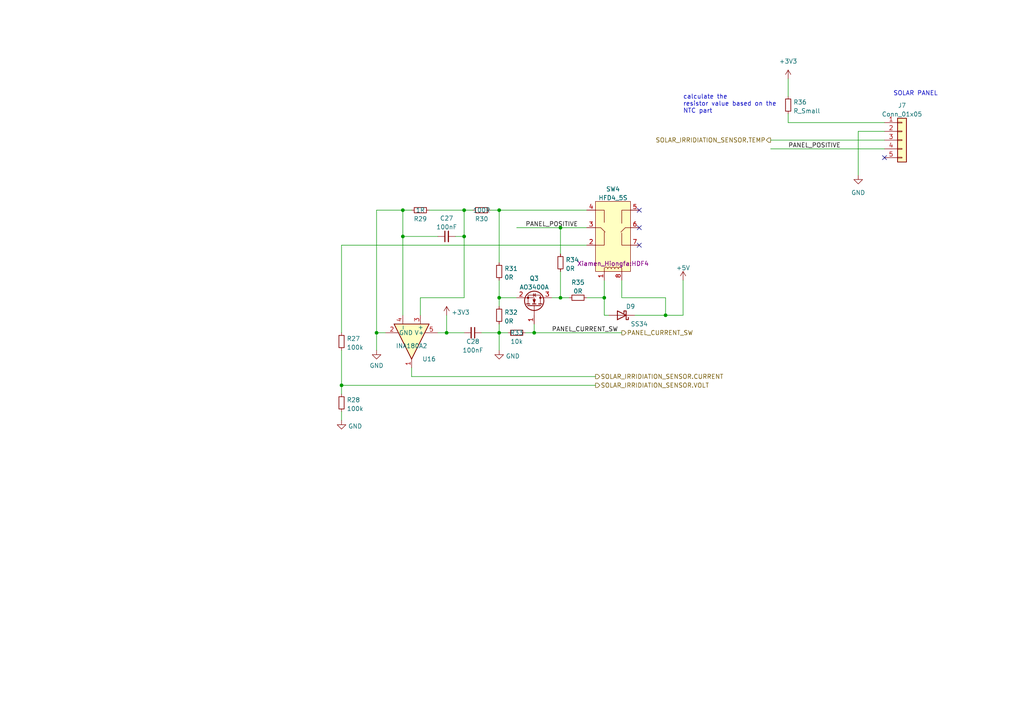
<source format=kicad_sch>
(kicad_sch (version 20211123) (generator eeschema)

  (uuid 3e724f87-cd69-46de-9808-21a2f50015a9)

  (paper "A4")

  (lib_symbols
    (symbol "Amplifier_Current:INA180A1" (pin_names (offset 0.127)) (in_bom yes) (on_board yes)
      (property "Reference" "U" (id 0) (at 3.81 3.81 0)
        (effects (font (size 1.27 1.27)) (justify left))
      )
      (property "Value" "INA180A1" (id 1) (at 3.81 -2.54 0)
        (effects (font (size 1.27 1.27)) (justify left))
      )
      (property "Footprint" "Package_TO_SOT_SMD:SOT-23-5" (id 2) (at 1.27 1.27 0)
        (effects (font (size 1.27 1.27)) hide)
      )
      (property "Datasheet" "http://www.ti.com/lit/ds/symlink/ina180.pdf" (id 3) (at 3.81 3.81 0)
        (effects (font (size 1.27 1.27)) hide)
      )
      (property "ki_keywords" "current monitor shunt sensor" (id 4) (at 0 0 0)
        (effects (font (size 1.27 1.27)) hide)
      )
      (property "ki_description" "Current Sense Amplifier, 1 Circuit, Rail-to-Rail, 26V, Gain 20 V/V, SOT-23-5" (id 5) (at 0 0 0)
        (effects (font (size 1.27 1.27)) hide)
      )
      (property "ki_fp_filters" "SOT?23*" (id 6) (at 0 0 0)
        (effects (font (size 1.27 1.27)) hide)
      )
      (symbol "INA180A1_0_1"
        (polyline
          (pts
            (xy 5.08 0)
            (xy -5.08 5.08)
            (xy -5.08 -5.08)
            (xy 5.08 0)
          )
          (stroke (width 0.254) (type default) (color 0 0 0 0))
          (fill (type background))
        )
      )
      (symbol "INA180A1_1_1"
        (pin output line (at 7.62 0 180) (length 2.54)
          (name "~" (effects (font (size 1.27 1.27))))
          (number "1" (effects (font (size 1.27 1.27))))
        )
        (pin power_in line (at -2.54 -7.62 90) (length 3.81)
          (name "GND" (effects (font (size 1.27 1.27))))
          (number "2" (effects (font (size 1.27 1.27))))
        )
        (pin input line (at -7.62 2.54 0) (length 2.54)
          (name "+" (effects (font (size 1.27 1.27))))
          (number "3" (effects (font (size 1.27 1.27))))
        )
        (pin input line (at -7.62 -2.54 0) (length 2.54)
          (name "-" (effects (font (size 1.27 1.27))))
          (number "4" (effects (font (size 1.27 1.27))))
        )
        (pin power_in line (at -2.54 7.62 270) (length 3.81)
          (name "V+" (effects (font (size 1.27 1.27))))
          (number "5" (effects (font (size 1.27 1.27))))
        )
      )
    )
    (symbol "Connector_Generic:Conn_01x05" (pin_names (offset 1.016) hide) (in_bom yes) (on_board yes)
      (property "Reference" "J" (id 0) (at 0 7.62 0)
        (effects (font (size 1.27 1.27)))
      )
      (property "Value" "Conn_01x05" (id 1) (at 0 -7.62 0)
        (effects (font (size 1.27 1.27)))
      )
      (property "Footprint" "" (id 2) (at 0 0 0)
        (effects (font (size 1.27 1.27)) hide)
      )
      (property "Datasheet" "~" (id 3) (at 0 0 0)
        (effects (font (size 1.27 1.27)) hide)
      )
      (property "ki_keywords" "connector" (id 4) (at 0 0 0)
        (effects (font (size 1.27 1.27)) hide)
      )
      (property "ki_description" "Generic connector, single row, 01x05, script generated (kicad-library-utils/schlib/autogen/connector/)" (id 5) (at 0 0 0)
        (effects (font (size 1.27 1.27)) hide)
      )
      (property "ki_fp_filters" "Connector*:*_1x??_*" (id 6) (at 0 0 0)
        (effects (font (size 1.27 1.27)) hide)
      )
      (symbol "Conn_01x05_1_1"
        (rectangle (start -1.27 -4.953) (end 0 -5.207)
          (stroke (width 0.1524) (type default) (color 0 0 0 0))
          (fill (type none))
        )
        (rectangle (start -1.27 -2.413) (end 0 -2.667)
          (stroke (width 0.1524) (type default) (color 0 0 0 0))
          (fill (type none))
        )
        (rectangle (start -1.27 0.127) (end 0 -0.127)
          (stroke (width 0.1524) (type default) (color 0 0 0 0))
          (fill (type none))
        )
        (rectangle (start -1.27 2.667) (end 0 2.413)
          (stroke (width 0.1524) (type default) (color 0 0 0 0))
          (fill (type none))
        )
        (rectangle (start -1.27 5.207) (end 0 4.953)
          (stroke (width 0.1524) (type default) (color 0 0 0 0))
          (fill (type none))
        )
        (rectangle (start -1.27 6.35) (end 1.27 -6.35)
          (stroke (width 0.254) (type default) (color 0 0 0 0))
          (fill (type background))
        )
        (pin passive line (at -5.08 5.08 0) (length 3.81)
          (name "Pin_1" (effects (font (size 1.27 1.27))))
          (number "1" (effects (font (size 1.27 1.27))))
        )
        (pin passive line (at -5.08 2.54 0) (length 3.81)
          (name "Pin_2" (effects (font (size 1.27 1.27))))
          (number "2" (effects (font (size 1.27 1.27))))
        )
        (pin passive line (at -5.08 0 0) (length 3.81)
          (name "Pin_3" (effects (font (size 1.27 1.27))))
          (number "3" (effects (font (size 1.27 1.27))))
        )
        (pin passive line (at -5.08 -2.54 0) (length 3.81)
          (name "Pin_4" (effects (font (size 1.27 1.27))))
          (number "4" (effects (font (size 1.27 1.27))))
        )
        (pin passive line (at -5.08 -5.08 0) (length 3.81)
          (name "Pin_5" (effects (font (size 1.27 1.27))))
          (number "5" (effects (font (size 1.27 1.27))))
        )
      )
    )
    (symbol "Device:C_Small" (pin_numbers hide) (pin_names (offset 0.254) hide) (in_bom yes) (on_board yes)
      (property "Reference" "C" (id 0) (at 0.254 1.778 0)
        (effects (font (size 1.27 1.27)) (justify left))
      )
      (property "Value" "C_Small" (id 1) (at 0.254 -2.032 0)
        (effects (font (size 1.27 1.27)) (justify left))
      )
      (property "Footprint" "" (id 2) (at 0 0 0)
        (effects (font (size 1.27 1.27)) hide)
      )
      (property "Datasheet" "~" (id 3) (at 0 0 0)
        (effects (font (size 1.27 1.27)) hide)
      )
      (property "ki_keywords" "capacitor cap" (id 4) (at 0 0 0)
        (effects (font (size 1.27 1.27)) hide)
      )
      (property "ki_description" "Unpolarized capacitor, small symbol" (id 5) (at 0 0 0)
        (effects (font (size 1.27 1.27)) hide)
      )
      (property "ki_fp_filters" "C_*" (id 6) (at 0 0 0)
        (effects (font (size 1.27 1.27)) hide)
      )
      (symbol "C_Small_0_1"
        (polyline
          (pts
            (xy -1.524 -0.508)
            (xy 1.524 -0.508)
          )
          (stroke (width 0.3302) (type default) (color 0 0 0 0))
          (fill (type none))
        )
        (polyline
          (pts
            (xy -1.524 0.508)
            (xy 1.524 0.508)
          )
          (stroke (width 0.3048) (type default) (color 0 0 0 0))
          (fill (type none))
        )
      )
      (symbol "C_Small_1_1"
        (pin passive line (at 0 2.54 270) (length 2.032)
          (name "~" (effects (font (size 1.27 1.27))))
          (number "1" (effects (font (size 1.27 1.27))))
        )
        (pin passive line (at 0 -2.54 90) (length 2.032)
          (name "~" (effects (font (size 1.27 1.27))))
          (number "2" (effects (font (size 1.27 1.27))))
        )
      )
    )
    (symbol "Device:D_Schottky" (pin_numbers hide) (pin_names (offset 1.016) hide) (in_bom yes) (on_board yes)
      (property "Reference" "D" (id 0) (at 0 2.54 0)
        (effects (font (size 1.27 1.27)))
      )
      (property "Value" "D_Schottky" (id 1) (at 0 -2.54 0)
        (effects (font (size 1.27 1.27)))
      )
      (property "Footprint" "" (id 2) (at 0 0 0)
        (effects (font (size 1.27 1.27)) hide)
      )
      (property "Datasheet" "~" (id 3) (at 0 0 0)
        (effects (font (size 1.27 1.27)) hide)
      )
      (property "ki_keywords" "diode Schottky" (id 4) (at 0 0 0)
        (effects (font (size 1.27 1.27)) hide)
      )
      (property "ki_description" "Schottky diode" (id 5) (at 0 0 0)
        (effects (font (size 1.27 1.27)) hide)
      )
      (property "ki_fp_filters" "TO-???* *_Diode_* *SingleDiode* D_*" (id 6) (at 0 0 0)
        (effects (font (size 1.27 1.27)) hide)
      )
      (symbol "D_Schottky_0_1"
        (polyline
          (pts
            (xy 1.27 0)
            (xy -1.27 0)
          )
          (stroke (width 0) (type default) (color 0 0 0 0))
          (fill (type none))
        )
        (polyline
          (pts
            (xy 1.27 1.27)
            (xy 1.27 -1.27)
            (xy -1.27 0)
            (xy 1.27 1.27)
          )
          (stroke (width 0.254) (type default) (color 0 0 0 0))
          (fill (type none))
        )
        (polyline
          (pts
            (xy -1.905 0.635)
            (xy -1.905 1.27)
            (xy -1.27 1.27)
            (xy -1.27 -1.27)
            (xy -0.635 -1.27)
            (xy -0.635 -0.635)
          )
          (stroke (width 0.254) (type default) (color 0 0 0 0))
          (fill (type none))
        )
      )
      (symbol "D_Schottky_1_1"
        (pin passive line (at -3.81 0 0) (length 2.54)
          (name "K" (effects (font (size 1.27 1.27))))
          (number "1" (effects (font (size 1.27 1.27))))
        )
        (pin passive line (at 3.81 0 180) (length 2.54)
          (name "A" (effects (font (size 1.27 1.27))))
          (number "2" (effects (font (size 1.27 1.27))))
        )
      )
    )
    (symbol "Device:R_Small" (pin_numbers hide) (pin_names (offset 0.254) hide) (in_bom yes) (on_board yes)
      (property "Reference" "R" (id 0) (at 0.762 0.508 0)
        (effects (font (size 1.27 1.27)) (justify left))
      )
      (property "Value" "R_Small" (id 1) (at 0.762 -1.016 0)
        (effects (font (size 1.27 1.27)) (justify left))
      )
      (property "Footprint" "" (id 2) (at 0 0 0)
        (effects (font (size 1.27 1.27)) hide)
      )
      (property "Datasheet" "~" (id 3) (at 0 0 0)
        (effects (font (size 1.27 1.27)) hide)
      )
      (property "ki_keywords" "R resistor" (id 4) (at 0 0 0)
        (effects (font (size 1.27 1.27)) hide)
      )
      (property "ki_description" "Resistor, small symbol" (id 5) (at 0 0 0)
        (effects (font (size 1.27 1.27)) hide)
      )
      (property "ki_fp_filters" "R_*" (id 6) (at 0 0 0)
        (effects (font (size 1.27 1.27)) hide)
      )
      (symbol "R_Small_0_1"
        (rectangle (start -0.762 1.778) (end 0.762 -1.778)
          (stroke (width 0.2032) (type default) (color 0 0 0 0))
          (fill (type none))
        )
      )
      (symbol "R_Small_1_1"
        (pin passive line (at 0 2.54 270) (length 0.762)
          (name "~" (effects (font (size 1.27 1.27))))
          (number "1" (effects (font (size 1.27 1.27))))
        )
        (pin passive line (at 0 -2.54 90) (length 0.762)
          (name "~" (effects (font (size 1.27 1.27))))
          (number "2" (effects (font (size 1.27 1.27))))
        )
      )
    )
    (symbol "Transistor_FET:AO3400A" (pin_names hide) (in_bom yes) (on_board yes)
      (property "Reference" "Q" (id 0) (at 5.08 1.905 0)
        (effects (font (size 1.27 1.27)) (justify left))
      )
      (property "Value" "AO3400A" (id 1) (at 5.08 0 0)
        (effects (font (size 1.27 1.27)) (justify left))
      )
      (property "Footprint" "Package_TO_SOT_SMD:SOT-23" (id 2) (at 5.08 -1.905 0)
        (effects (font (size 1.27 1.27) italic) (justify left) hide)
      )
      (property "Datasheet" "http://www.aosmd.com/pdfs/datasheet/AO3400A.pdf" (id 3) (at 0 0 0)
        (effects (font (size 1.27 1.27)) (justify left) hide)
      )
      (property "ki_keywords" "N-Channel MOSFET" (id 4) (at 0 0 0)
        (effects (font (size 1.27 1.27)) hide)
      )
      (property "ki_description" "30V Vds, 5.7A Id, N-Channel MOSFET, SOT-23" (id 5) (at 0 0 0)
        (effects (font (size 1.27 1.27)) hide)
      )
      (property "ki_fp_filters" "SOT?23*" (id 6) (at 0 0 0)
        (effects (font (size 1.27 1.27)) hide)
      )
      (symbol "AO3400A_0_1"
        (polyline
          (pts
            (xy 0.254 0)
            (xy -2.54 0)
          )
          (stroke (width 0) (type default) (color 0 0 0 0))
          (fill (type none))
        )
        (polyline
          (pts
            (xy 0.254 1.905)
            (xy 0.254 -1.905)
          )
          (stroke (width 0.254) (type default) (color 0 0 0 0))
          (fill (type none))
        )
        (polyline
          (pts
            (xy 0.762 -1.27)
            (xy 0.762 -2.286)
          )
          (stroke (width 0.254) (type default) (color 0 0 0 0))
          (fill (type none))
        )
        (polyline
          (pts
            (xy 0.762 0.508)
            (xy 0.762 -0.508)
          )
          (stroke (width 0.254) (type default) (color 0 0 0 0))
          (fill (type none))
        )
        (polyline
          (pts
            (xy 0.762 2.286)
            (xy 0.762 1.27)
          )
          (stroke (width 0.254) (type default) (color 0 0 0 0))
          (fill (type none))
        )
        (polyline
          (pts
            (xy 2.54 2.54)
            (xy 2.54 1.778)
          )
          (stroke (width 0) (type default) (color 0 0 0 0))
          (fill (type none))
        )
        (polyline
          (pts
            (xy 2.54 -2.54)
            (xy 2.54 0)
            (xy 0.762 0)
          )
          (stroke (width 0) (type default) (color 0 0 0 0))
          (fill (type none))
        )
        (polyline
          (pts
            (xy 0.762 -1.778)
            (xy 3.302 -1.778)
            (xy 3.302 1.778)
            (xy 0.762 1.778)
          )
          (stroke (width 0) (type default) (color 0 0 0 0))
          (fill (type none))
        )
        (polyline
          (pts
            (xy 1.016 0)
            (xy 2.032 0.381)
            (xy 2.032 -0.381)
            (xy 1.016 0)
          )
          (stroke (width 0) (type default) (color 0 0 0 0))
          (fill (type outline))
        )
        (polyline
          (pts
            (xy 2.794 0.508)
            (xy 2.921 0.381)
            (xy 3.683 0.381)
            (xy 3.81 0.254)
          )
          (stroke (width 0) (type default) (color 0 0 0 0))
          (fill (type none))
        )
        (polyline
          (pts
            (xy 3.302 0.381)
            (xy 2.921 -0.254)
            (xy 3.683 -0.254)
            (xy 3.302 0.381)
          )
          (stroke (width 0) (type default) (color 0 0 0 0))
          (fill (type none))
        )
        (circle (center 1.651 0) (radius 2.794)
          (stroke (width 0.254) (type default) (color 0 0 0 0))
          (fill (type none))
        )
        (circle (center 2.54 -1.778) (radius 0.254)
          (stroke (width 0) (type default) (color 0 0 0 0))
          (fill (type outline))
        )
        (circle (center 2.54 1.778) (radius 0.254)
          (stroke (width 0) (type default) (color 0 0 0 0))
          (fill (type outline))
        )
      )
      (symbol "AO3400A_1_1"
        (pin input line (at -5.08 0 0) (length 2.54)
          (name "G" (effects (font (size 1.27 1.27))))
          (number "1" (effects (font (size 1.27 1.27))))
        )
        (pin passive line (at 2.54 -5.08 90) (length 2.54)
          (name "S" (effects (font (size 1.27 1.27))))
          (number "2" (effects (font (size 1.27 1.27))))
        )
        (pin passive line (at 2.54 5.08 270) (length 2.54)
          (name "D" (effects (font (size 1.27 1.27))))
          (number "3" (effects (font (size 1.27 1.27))))
        )
      )
    )
    (symbol "Xiamen Hiongfa:HFD4_5S" (pin_names (offset 1.016)) (in_bom yes) (on_board yes)
      (property "Reference" "RL" (id 0) (at 5.08 -12.7 0)
        (effects (font (size 1.27 1.27)))
      )
      (property "Value" "HFD4_5S" (id 1) (at -2.54 -12.7 0)
        (effects (font (size 1.27 1.27)))
      )
      (property "Footprint" "Xiamen_Hiongfa:HDF4_S" (id 2) (at 0 7.874 0)
        (effects (font (size 1.27 1.27)) hide)
      )
      (property "Datasheet" "" (id 3) (at 0 7.874 0)
        (effects (font (size 1.27 1.27)) hide)
      )
      (property "ki_description" "SPDT signal relay , 5V coil" (id 4) (at 0 0 0)
        (effects (font (size 1.27 1.27)) hide)
      )
      (symbol "HFD4_5S_0_1"
        (rectangle (start -5.08 10.16) (end 5.08 -10.16)
          (stroke (width 0) (type default) (color 0 0 0 0))
          (fill (type background))
        )
        (arc (start -2.54 9.398) (mid -2.032 8.89) (end -1.524 9.398)
          (stroke (width 0) (type default) (color 0 0 0 0))
          (fill (type none))
        )
        (polyline
          (pts
            (xy -5.08 -2.54)
            (xy -3.556 -2.54)
          )
          (stroke (width 0) (type default) (color 0 0 0 0))
          (fill (type none))
        )
        (polyline
          (pts
            (xy -3.556 -2.54)
            (xy -2.286 -1.27)
          )
          (stroke (width 0) (type default) (color 0 0 0 0))
          (fill (type none))
        )
        (polyline
          (pts
            (xy -2.54 10.16)
            (xy -2.54 9.398)
          )
          (stroke (width 0) (type default) (color 0 0 0 0))
          (fill (type none))
        )
        (polyline
          (pts
            (xy 2.54 9.398)
            (xy 2.54 10.16)
          )
          (stroke (width 0) (type default) (color 0 0 0 0))
          (fill (type none))
        )
        (polyline
          (pts
            (xy -5.08 -7.62)
            (xy -2.54 -7.62)
            (xy -2.54 -4.064)
          )
          (stroke (width 0) (type default) (color 0 0 0 0))
          (fill (type none))
        )
        (polyline
          (pts
            (xy -5.08 2.54)
            (xy -2.54 2.54)
            (xy -2.54 -1.27)
          )
          (stroke (width 0) (type default) (color 0 0 0 0))
          (fill (type none))
        )
      )
      (symbol "HFD4_5S_1_1"
        (arc (start -1.524 9.398) (mid -1.016 8.89) (end -0.508 9.398)
          (stroke (width 0) (type default) (color 0 0 0 0))
          (fill (type none))
        )
        (arc (start -0.508 9.398) (mid 0 8.89) (end 0.508 9.398)
          (stroke (width 0) (type default) (color 0 0 0 0))
          (fill (type none))
        )
        (polyline
          (pts
            (xy 3.556 -2.54)
            (xy 2.286 -1.27)
          )
          (stroke (width 0) (type default) (color 0 0 0 0))
          (fill (type none))
        )
        (polyline
          (pts
            (xy 5.08 -2.54)
            (xy 3.556 -2.54)
          )
          (stroke (width 0) (type default) (color 0 0 0 0))
          (fill (type none))
        )
        (polyline
          (pts
            (xy 5.08 -7.62)
            (xy 2.54 -7.62)
            (xy 2.54 -3.81)
          )
          (stroke (width 0) (type default) (color 0 0 0 0))
          (fill (type none))
        )
        (polyline
          (pts
            (xy 5.08 2.54)
            (xy 2.54 2.54)
            (xy 2.54 -1.016)
          )
          (stroke (width 0) (type default) (color 0 0 0 0))
          (fill (type none))
        )
        (arc (start 0.508 9.398) (mid 1.016 8.89) (end 1.524 9.398)
          (stroke (width 0) (type default) (color 0 0 0 0))
          (fill (type none))
        )
        (arc (start 1.524 9.398) (mid 2.032 8.89) (end 2.54 9.398)
          (stroke (width 0) (type default) (color 0 0 0 0))
          (fill (type none))
        )
        (pin passive line (at -2.54 12.7 270) (length 2.54)
          (name "~" (effects (font (size 1.27 1.27))))
          (number "1" (effects (font (size 1.27 1.27))))
        )
        (pin passive line (at -7.62 2.54 0) (length 2.54)
          (name "~" (effects (font (size 1.27 1.27))))
          (number "2" (effects (font (size 1.27 1.27))))
        )
        (pin passive line (at -7.62 -2.54 0) (length 2.54)
          (name "~" (effects (font (size 1.27 1.27))))
          (number "3" (effects (font (size 1.27 1.27))))
        )
        (pin passive line (at -7.62 -7.62 0) (length 2.54)
          (name "~" (effects (font (size 1.27 1.27))))
          (number "4" (effects (font (size 1.27 1.27))))
        )
        (pin passive line (at 7.62 -7.62 180) (length 2.54)
          (name "~" (effects (font (size 1.27 1.27))))
          (number "5" (effects (font (size 1.27 1.27))))
        )
        (pin passive line (at 7.62 -2.54 180) (length 2.54)
          (name "~" (effects (font (size 1.27 1.27))))
          (number "6" (effects (font (size 1.27 1.27))))
        )
        (pin passive line (at 7.62 2.54 180) (length 2.54)
          (name "~" (effects (font (size 1.27 1.27))))
          (number "7" (effects (font (size 1.27 1.27))))
        )
        (pin passive line (at 2.54 12.7 270) (length 2.54)
          (name "~" (effects (font (size 1.27 1.27))))
          (number "8" (effects (font (size 1.27 1.27))))
        )
      )
    )
    (symbol "power:+3V3" (power) (pin_names (offset 0)) (in_bom yes) (on_board yes)
      (property "Reference" "#PWR" (id 0) (at 0 -3.81 0)
        (effects (font (size 1.27 1.27)) hide)
      )
      (property "Value" "+3V3" (id 1) (at 0 3.556 0)
        (effects (font (size 1.27 1.27)))
      )
      (property "Footprint" "" (id 2) (at 0 0 0)
        (effects (font (size 1.27 1.27)) hide)
      )
      (property "Datasheet" "" (id 3) (at 0 0 0)
        (effects (font (size 1.27 1.27)) hide)
      )
      (property "ki_keywords" "power-flag" (id 4) (at 0 0 0)
        (effects (font (size 1.27 1.27)) hide)
      )
      (property "ki_description" "Power symbol creates a global label with name \"+3V3\"" (id 5) (at 0 0 0)
        (effects (font (size 1.27 1.27)) hide)
      )
      (symbol "+3V3_0_1"
        (polyline
          (pts
            (xy -0.762 1.27)
            (xy 0 2.54)
          )
          (stroke (width 0) (type default) (color 0 0 0 0))
          (fill (type none))
        )
        (polyline
          (pts
            (xy 0 0)
            (xy 0 2.54)
          )
          (stroke (width 0) (type default) (color 0 0 0 0))
          (fill (type none))
        )
        (polyline
          (pts
            (xy 0 2.54)
            (xy 0.762 1.27)
          )
          (stroke (width 0) (type default) (color 0 0 0 0))
          (fill (type none))
        )
      )
      (symbol "+3V3_1_1"
        (pin power_in line (at 0 0 90) (length 0) hide
          (name "+3V3" (effects (font (size 1.27 1.27))))
          (number "1" (effects (font (size 1.27 1.27))))
        )
      )
    )
    (symbol "power:+5V" (power) (pin_names (offset 0)) (in_bom yes) (on_board yes)
      (property "Reference" "#PWR" (id 0) (at 0 -3.81 0)
        (effects (font (size 1.27 1.27)) hide)
      )
      (property "Value" "+5V" (id 1) (at 0 3.556 0)
        (effects (font (size 1.27 1.27)))
      )
      (property "Footprint" "" (id 2) (at 0 0 0)
        (effects (font (size 1.27 1.27)) hide)
      )
      (property "Datasheet" "" (id 3) (at 0 0 0)
        (effects (font (size 1.27 1.27)) hide)
      )
      (property "ki_keywords" "power-flag" (id 4) (at 0 0 0)
        (effects (font (size 1.27 1.27)) hide)
      )
      (property "ki_description" "Power symbol creates a global label with name \"+5V\"" (id 5) (at 0 0 0)
        (effects (font (size 1.27 1.27)) hide)
      )
      (symbol "+5V_0_1"
        (polyline
          (pts
            (xy -0.762 1.27)
            (xy 0 2.54)
          )
          (stroke (width 0) (type default) (color 0 0 0 0))
          (fill (type none))
        )
        (polyline
          (pts
            (xy 0 0)
            (xy 0 2.54)
          )
          (stroke (width 0) (type default) (color 0 0 0 0))
          (fill (type none))
        )
        (polyline
          (pts
            (xy 0 2.54)
            (xy 0.762 1.27)
          )
          (stroke (width 0) (type default) (color 0 0 0 0))
          (fill (type none))
        )
      )
      (symbol "+5V_1_1"
        (pin power_in line (at 0 0 90) (length 0) hide
          (name "+5V" (effects (font (size 1.27 1.27))))
          (number "1" (effects (font (size 1.27 1.27))))
        )
      )
    )
    (symbol "power:GND" (power) (pin_names (offset 0)) (in_bom yes) (on_board yes)
      (property "Reference" "#PWR" (id 0) (at 0 -6.35 0)
        (effects (font (size 1.27 1.27)) hide)
      )
      (property "Value" "GND" (id 1) (at 0 -3.81 0)
        (effects (font (size 1.27 1.27)))
      )
      (property "Footprint" "" (id 2) (at 0 0 0)
        (effects (font (size 1.27 1.27)) hide)
      )
      (property "Datasheet" "" (id 3) (at 0 0 0)
        (effects (font (size 1.27 1.27)) hide)
      )
      (property "ki_keywords" "power-flag" (id 4) (at 0 0 0)
        (effects (font (size 1.27 1.27)) hide)
      )
      (property "ki_description" "Power symbol creates a global label with name \"GND\" , ground" (id 5) (at 0 0 0)
        (effects (font (size 1.27 1.27)) hide)
      )
      (symbol "GND_0_1"
        (polyline
          (pts
            (xy 0 0)
            (xy 0 -1.27)
            (xy 1.27 -1.27)
            (xy 0 -2.54)
            (xy -1.27 -1.27)
            (xy 0 -1.27)
          )
          (stroke (width 0) (type default) (color 0 0 0 0))
          (fill (type none))
        )
      )
      (symbol "GND_1_1"
        (pin power_in line (at 0 0 270) (length 0) hide
          (name "GND" (effects (font (size 1.27 1.27))))
          (number "1" (effects (font (size 1.27 1.27))))
        )
      )
    )
  )

  (junction (at 175.26 86.36) (diameter 0) (color 0 0 0 0)
    (uuid 0ad50cea-27a3-4b28-a4bf-290cd1a48f80)
  )
  (junction (at 144.78 60.96) (diameter 0) (color 0 0 0 0)
    (uuid 12005a07-ceb2-45bb-9f78-fcc89ab54063)
  )
  (junction (at 116.84 68.58) (diameter 0) (color 0 0 0 0)
    (uuid 13b04b21-696a-4487-a739-49564bd2ab04)
  )
  (junction (at 144.78 86.36) (diameter 0) (color 0 0 0 0)
    (uuid 39257334-70af-4ac0-aa3b-077a6aa8172a)
  )
  (junction (at 154.94 96.52) (diameter 0) (color 0 0 0 0)
    (uuid 3e53e95d-54d6-4e24-8862-12c00347d6d2)
  )
  (junction (at 144.78 96.52) (diameter 0) (color 0 0 0 0)
    (uuid 3ece0478-56d5-4a72-bb38-3225f4d9a7f2)
  )
  (junction (at 162.56 86.36) (diameter 0) (color 0 0 0 0)
    (uuid 517180b3-8701-4240-b4a2-f03de7e9fb6a)
  )
  (junction (at 134.62 68.58) (diameter 0) (color 0 0 0 0)
    (uuid 6ebca20c-1813-42ce-bb70-9b82cfe36e20)
  )
  (junction (at 193.04 91.44) (diameter 0) (color 0 0 0 0)
    (uuid 759c768f-fcd5-459e-96bf-b72cd4f3b403)
  )
  (junction (at 129.54 96.52) (diameter 0) (color 0 0 0 0)
    (uuid 792077d0-195c-4a61-8382-498ecbcc91cc)
  )
  (junction (at 134.62 60.96) (diameter 0) (color 0 0 0 0)
    (uuid 7b644828-a121-4ed6-b334-3aeba76b6660)
  )
  (junction (at 99.06 111.76) (diameter 0) (color 0 0 0 0)
    (uuid 8c6bedf5-e284-43c7-af20-f36978c307b4)
  )
  (junction (at 109.22 96.52) (diameter 0) (color 0 0 0 0)
    (uuid 99cd1bc1-752b-4989-9ede-e579384e517b)
  )
  (junction (at 162.56 66.04) (diameter 0) (color 0 0 0 0)
    (uuid a03c4dbf-9d82-43ea-9b71-dd63da629563)
  )
  (junction (at 116.84 60.96) (diameter 0) (color 0 0 0 0)
    (uuid c74aabb8-7ed4-4a78-83b2-1e28fcc1a9a6)
  )

  (no_connect (at 256.54 45.72) (uuid 0ec8f56e-661f-475a-910a-5c7d23c5178e))
  (no_connect (at 185.42 71.12) (uuid 6034e882-c9d8-4028-a664-103984d5da41))
  (no_connect (at 185.42 60.96) (uuid 9b5cb5d2-fd49-41a3-83da-57b373a8d4a5))
  (no_connect (at 185.42 66.04) (uuid eb846403-4f71-4422-978d-96384fe39654))

  (wire (pts (xy 184.15 91.44) (xy 193.04 91.44))
    (stroke (width 0) (type default) (color 0 0 0 0))
    (uuid 00390479-ad2c-4ee9-beef-731ee6e93c0c)
  )
  (wire (pts (xy 144.78 93.98) (xy 144.78 96.52))
    (stroke (width 0) (type default) (color 0 0 0 0))
    (uuid 00f929ea-9d7d-4ef4-8ae5-7871b0000acd)
  )
  (wire (pts (xy 175.26 81.28) (xy 175.26 86.36))
    (stroke (width 0) (type default) (color 0 0 0 0))
    (uuid 11c24fa0-e607-4152-83f1-3ad3680fb4f6)
  )
  (wire (pts (xy 144.78 86.36) (xy 144.78 88.9))
    (stroke (width 0) (type default) (color 0 0 0 0))
    (uuid 16cfdeed-9b3e-4bf3-b044-fce7febbff41)
  )
  (wire (pts (xy 162.56 66.04) (xy 170.18 66.04))
    (stroke (width 0) (type default) (color 0 0 0 0))
    (uuid 188c4869-9680-49f9-8d91-0f6c57a894e4)
  )
  (wire (pts (xy 134.62 60.96) (xy 137.16 60.96))
    (stroke (width 0) (type default) (color 0 0 0 0))
    (uuid 195956e1-f678-4263-9d9b-4d91a40bd586)
  )
  (wire (pts (xy 193.04 91.44) (xy 198.12 91.44))
    (stroke (width 0) (type default) (color 0 0 0 0))
    (uuid 21672ca8-f643-4893-b0bf-a134ce0715cf)
  )
  (wire (pts (xy 99.06 111.76) (xy 172.72 111.76))
    (stroke (width 0) (type default) (color 0 0 0 0))
    (uuid 2b7d3782-81c0-4e5f-9df9-5a15ef6e2e22)
  )
  (wire (pts (xy 139.7 96.52) (xy 144.78 96.52))
    (stroke (width 0) (type default) (color 0 0 0 0))
    (uuid 2b8d360c-8781-4f98-ac8b-0bfbcbd86f0a)
  )
  (wire (pts (xy 223.52 40.64) (xy 256.54 40.64))
    (stroke (width 0) (type default) (color 0 0 0 0))
    (uuid 2daa2c6d-92c4-4e10-a11b-b801ef9a9fff)
  )
  (wire (pts (xy 144.78 60.96) (xy 144.78 76.2))
    (stroke (width 0) (type default) (color 0 0 0 0))
    (uuid 3744824a-486c-4845-a73e-5b3f93aaff02)
  )
  (wire (pts (xy 180.34 81.28) (xy 180.34 86.36))
    (stroke (width 0) (type default) (color 0 0 0 0))
    (uuid 38508fd2-e810-400a-baaa-8a7a453f95c6)
  )
  (wire (pts (xy 228.6 22.86) (xy 228.6 27.94))
    (stroke (width 0) (type default) (color 0 0 0 0))
    (uuid 39068077-f4d3-4f05-a58c-229cf861f483)
  )
  (wire (pts (xy 160.02 86.36) (xy 162.56 86.36))
    (stroke (width 0) (type default) (color 0 0 0 0))
    (uuid 422bf2ab-5e9f-43be-a4ed-f7dc3e74667f)
  )
  (wire (pts (xy 198.12 81.28) (xy 198.12 91.44))
    (stroke (width 0) (type default) (color 0 0 0 0))
    (uuid 42ffb578-9daf-4015-b23a-529ad46132a3)
  )
  (wire (pts (xy 132.08 68.58) (xy 134.62 68.58))
    (stroke (width 0) (type default) (color 0 0 0 0))
    (uuid 476ce7ef-e6a7-4fd1-bf52-d8b00bf76afd)
  )
  (wire (pts (xy 144.78 96.52) (xy 144.78 101.6))
    (stroke (width 0) (type default) (color 0 0 0 0))
    (uuid 47afd0d4-4d99-4790-8c8e-647bdc40b905)
  )
  (wire (pts (xy 116.84 60.96) (xy 116.84 68.58))
    (stroke (width 0) (type default) (color 0 0 0 0))
    (uuid 484b7434-875b-4781-8090-9a494511d6fe)
  )
  (wire (pts (xy 162.56 78.74) (xy 162.56 86.36))
    (stroke (width 0) (type default) (color 0 0 0 0))
    (uuid 4df76e14-3871-477d-8a5a-22b04e07b781)
  )
  (wire (pts (xy 116.84 68.58) (xy 116.84 91.44))
    (stroke (width 0) (type default) (color 0 0 0 0))
    (uuid 4ed0734c-4ae5-40f0-8d00-bfa00f5bfa2d)
  )
  (wire (pts (xy 99.06 101.6) (xy 99.06 111.76))
    (stroke (width 0) (type default) (color 0 0 0 0))
    (uuid 51b3d98a-daf6-42df-8c56-7ea343c66af5)
  )
  (wire (pts (xy 162.56 86.36) (xy 165.1 86.36))
    (stroke (width 0) (type default) (color 0 0 0 0))
    (uuid 549d401d-66cc-4786-89da-5836434daa29)
  )
  (wire (pts (xy 228.6 33.02) (xy 228.6 35.56))
    (stroke (width 0) (type default) (color 0 0 0 0))
    (uuid 5602b7e6-3e2f-427d-8025-bf75a1e91192)
  )
  (wire (pts (xy 134.62 60.96) (xy 134.62 68.58))
    (stroke (width 0) (type default) (color 0 0 0 0))
    (uuid 5689183c-4fde-4717-bf25-942ca52d1d22)
  )
  (wire (pts (xy 248.92 38.1) (xy 256.54 38.1))
    (stroke (width 0) (type default) (color 0 0 0 0))
    (uuid 5f383e95-3dc2-4fdc-a856-403fa4c1cc2e)
  )
  (wire (pts (xy 116.84 60.96) (xy 119.38 60.96))
    (stroke (width 0) (type default) (color 0 0 0 0))
    (uuid 65c2d7c4-4863-4783-999f-753fd43cdcb1)
  )
  (wire (pts (xy 99.06 119.38) (xy 99.06 121.92))
    (stroke (width 0) (type default) (color 0 0 0 0))
    (uuid 665a8cff-73d7-498d-aa1b-57dc0b8a2285)
  )
  (wire (pts (xy 109.22 60.96) (xy 116.84 60.96))
    (stroke (width 0) (type default) (color 0 0 0 0))
    (uuid 6e200da3-3066-4ca1-9685-39d76fa379f5)
  )
  (wire (pts (xy 119.38 106.68) (xy 119.38 109.22))
    (stroke (width 0) (type default) (color 0 0 0 0))
    (uuid 70b50f76-e272-48c6-adf4-12dee67ac340)
  )
  (wire (pts (xy 121.92 91.44) (xy 121.92 86.36))
    (stroke (width 0) (type default) (color 0 0 0 0))
    (uuid 71bcb6a0-7160-4103-9f16-108cb690faf1)
  )
  (wire (pts (xy 109.22 101.6) (xy 109.22 96.52))
    (stroke (width 0) (type default) (color 0 0 0 0))
    (uuid 7272dee5-a5b4-4c3f-b3af-e0da9f98fc0c)
  )
  (wire (pts (xy 144.78 96.52) (xy 147.32 96.52))
    (stroke (width 0) (type default) (color 0 0 0 0))
    (uuid 7747c50e-7432-4976-81a6-41ff6d2a3d3c)
  )
  (wire (pts (xy 129.54 96.52) (xy 134.62 96.52))
    (stroke (width 0) (type default) (color 0 0 0 0))
    (uuid 79a51516-3991-4f2f-9510-bf42dfa22c5b)
  )
  (wire (pts (xy 248.92 50.8) (xy 248.92 38.1))
    (stroke (width 0) (type default) (color 0 0 0 0))
    (uuid 828a32ef-fe47-4992-ade8-da247a431b18)
  )
  (wire (pts (xy 99.06 71.12) (xy 170.18 71.12))
    (stroke (width 0) (type default) (color 0 0 0 0))
    (uuid 8650bc26-c2c4-4e7f-916d-dac0501c6564)
  )
  (wire (pts (xy 119.38 109.22) (xy 172.72 109.22))
    (stroke (width 0) (type default) (color 0 0 0 0))
    (uuid 92ebefc9-b026-4fdd-b3e7-114bcdff8f9d)
  )
  (wire (pts (xy 175.26 86.36) (xy 175.26 91.44))
    (stroke (width 0) (type default) (color 0 0 0 0))
    (uuid 9a00a860-7674-4ae4-ba30-ef37fab106ca)
  )
  (wire (pts (xy 109.22 96.52) (xy 109.22 60.96))
    (stroke (width 0) (type default) (color 0 0 0 0))
    (uuid 9fce62d2-e95b-487d-a371-6bef0b01e64d)
  )
  (wire (pts (xy 175.26 91.44) (xy 176.53 91.44))
    (stroke (width 0) (type default) (color 0 0 0 0))
    (uuid a1843f77-5d9f-4168-ad6f-71babcea2078)
  )
  (wire (pts (xy 228.6 35.56) (xy 256.54 35.56))
    (stroke (width 0) (type default) (color 0 0 0 0))
    (uuid a4008dc5-42db-4a3c-a4ac-c7d54412df48)
  )
  (wire (pts (xy 124.46 60.96) (xy 134.62 60.96))
    (stroke (width 0) (type default) (color 0 0 0 0))
    (uuid ac21dc66-a7a5-41d7-9aaf-b03be1acd258)
  )
  (wire (pts (xy 162.56 66.04) (xy 162.56 73.66))
    (stroke (width 0) (type default) (color 0 0 0 0))
    (uuid b2e197d7-14a3-43da-9e28-9581158c003b)
  )
  (wire (pts (xy 144.78 81.28) (xy 144.78 86.36))
    (stroke (width 0) (type default) (color 0 0 0 0))
    (uuid b5f4f026-4ba5-4f32-b9f8-dc80c2ae98ff)
  )
  (wire (pts (xy 99.06 71.12) (xy 99.06 96.52))
    (stroke (width 0) (type default) (color 0 0 0 0))
    (uuid b7ccad73-101b-4314-af82-a45adf57f64e)
  )
  (wire (pts (xy 149.86 86.36) (xy 144.78 86.36))
    (stroke (width 0) (type default) (color 0 0 0 0))
    (uuid b899d618-ef0a-4068-b01e-d919ba4584d9)
  )
  (wire (pts (xy 223.52 43.18) (xy 256.54 43.18))
    (stroke (width 0) (type default) (color 0 0 0 0))
    (uuid b9ea43a6-92a8-4883-badc-fceac0c02673)
  )
  (wire (pts (xy 170.18 86.36) (xy 175.26 86.36))
    (stroke (width 0) (type default) (color 0 0 0 0))
    (uuid bf477c45-d567-4b2b-b000-954343dca7b5)
  )
  (wire (pts (xy 149.86 66.04) (xy 162.56 66.04))
    (stroke (width 0) (type default) (color 0 0 0 0))
    (uuid bf9064b4-8ba1-4aa5-8849-59fc344b988f)
  )
  (wire (pts (xy 154.94 93.98) (xy 154.94 96.52))
    (stroke (width 0) (type default) (color 0 0 0 0))
    (uuid c5b11632-d733-4bd9-8ff9-e20148f7e783)
  )
  (wire (pts (xy 121.92 86.36) (xy 134.62 86.36))
    (stroke (width 0) (type default) (color 0 0 0 0))
    (uuid c9062aee-e505-4886-a0c1-e4ef71bea9b7)
  )
  (wire (pts (xy 127 96.52) (xy 129.54 96.52))
    (stroke (width 0) (type default) (color 0 0 0 0))
    (uuid dbef41bb-27f7-483d-b91f-6b0072d90c34)
  )
  (wire (pts (xy 134.62 68.58) (xy 134.62 86.36))
    (stroke (width 0) (type default) (color 0 0 0 0))
    (uuid dcd95577-593b-47b2-adc7-2e070a64fce5)
  )
  (wire (pts (xy 152.4 96.52) (xy 154.94 96.52))
    (stroke (width 0) (type default) (color 0 0 0 0))
    (uuid e1c76c18-4e45-4b3a-bc77-9531c39ce326)
  )
  (wire (pts (xy 193.04 86.36) (xy 193.04 91.44))
    (stroke (width 0) (type default) (color 0 0 0 0))
    (uuid e922d475-452b-4e31-a218-96d89654ac03)
  )
  (wire (pts (xy 154.94 96.52) (xy 180.34 96.52))
    (stroke (width 0) (type default) (color 0 0 0 0))
    (uuid e94a68bd-1745-45a2-8491-02523281b3e2)
  )
  (wire (pts (xy 180.34 86.36) (xy 193.04 86.36))
    (stroke (width 0) (type default) (color 0 0 0 0))
    (uuid eb1ed8c4-67bf-4be6-a2d6-5f2563040e13)
  )
  (wire (pts (xy 142.24 60.96) (xy 144.78 60.96))
    (stroke (width 0) (type default) (color 0 0 0 0))
    (uuid eb347931-19f0-43f6-ba4a-88bd89ec6370)
  )
  (wire (pts (xy 99.06 111.76) (xy 99.06 114.3))
    (stroke (width 0) (type default) (color 0 0 0 0))
    (uuid ebbbda6f-e375-4bb0-92dd-fc2570c9f556)
  )
  (wire (pts (xy 129.54 91.44) (xy 129.54 96.52))
    (stroke (width 0) (type default) (color 0 0 0 0))
    (uuid f50bb4b2-26f0-4416-b926-c134392bb47d)
  )
  (wire (pts (xy 144.78 60.96) (xy 170.18 60.96))
    (stroke (width 0) (type default) (color 0 0 0 0))
    (uuid f7fc03a8-ec35-49c4-9f01-55f8652bc14b)
  )
  (wire (pts (xy 116.84 68.58) (xy 127 68.58))
    (stroke (width 0) (type default) (color 0 0 0 0))
    (uuid fed6f063-1273-4717-b0ab-f53a76d6964b)
  )
  (wire (pts (xy 109.22 96.52) (xy 111.76 96.52))
    (stroke (width 0) (type default) (color 0 0 0 0))
    (uuid ff6f4702-59f8-4765-9b3d-689b38fa144c)
  )

  (text "SOLAR PANEL\n" (at 259.08 27.94 0)
    (effects (font (size 1.27 1.27)) (justify left bottom))
    (uuid 11bcddd5-48b2-4850-894f-5811824b4916)
  )
  (text "calculate the \nresistor value based on the \nNTC part\n"
    (at 198.12 33.02 0)
    (effects (font (size 1.27 1.27)) (justify left bottom))
    (uuid 3d1cd98b-b344-4102-b3c4-e2badb73f79f)
  )

  (label "PANEL_POSITIVE" (at 228.6 43.18 0)
    (effects (font (size 1.27 1.27)) (justify left bottom))
    (uuid 73976a91-3355-449b-9c21-f2ac74018a09)
  )
  (label "PANEL_POSITIVE" (at 152.4 66.04 0)
    (effects (font (size 1.27 1.27)) (justify left bottom))
    (uuid 8f9e7e4f-30a0-45c4-a117-ed211ab1a30c)
  )
  (label "PANEL_CURRENT_SW" (at 160.02 96.52 0)
    (effects (font (size 1.27 1.27)) (justify left bottom))
    (uuid f8dd0e7b-d55e-48cc-b829-2de5e00b9862)
  )

  (hierarchical_label "PANEL_CURRENT_SW" (shape output) (at 180.34 96.52 0)
    (effects (font (size 1.27 1.27)) (justify left))
    (uuid 0af95dff-db9f-4a77-9b49-7ea7c99cac40)
  )
  (hierarchical_label "SOLAR_IRRIDIATION_SENSOR.VOLT" (shape output) (at 172.72 111.76 0)
    (effects (font (size 1.27 1.27)) (justify left))
    (uuid 48312dcc-2389-4d30-8593-69bbfecfb9eb)
  )
  (hierarchical_label "SOLAR_IRRIDIATION_SENSOR.CURRENT" (shape output) (at 172.72 109.22 0)
    (effects (font (size 1.27 1.27)) (justify left))
    (uuid 7b83c69b-bae0-449a-98f9-59ce5c6395b8)
  )
  (hierarchical_label "SOLAR_IRRIDIATION_SENSOR.TEMP" (shape output) (at 223.52 40.64 180)
    (effects (font (size 1.27 1.27)) (justify right))
    (uuid 976b7f14-7105-4feb-a759-1f3b89eeedf4)
  )

  (symbol (lib_id "Device:R_Small") (at 167.64 86.36 90) (unit 1)
    (in_bom yes) (on_board yes) (fields_autoplaced)
    (uuid 040079ce-f31a-4e31-a951-c12edd13cec1)
    (property "Reference" "R35" (id 0) (at 167.64 81.9236 90))
    (property "Value" "0R" (id 1) (at 167.64 84.4605 90))
    (property "Footprint" "Resistor_SMD:R_0402_1005Metric" (id 2) (at 167.64 86.36 0)
      (effects (font (size 1.27 1.27)) hide)
    )
    (property "Datasheet" "~" (id 3) (at 167.64 86.36 0)
      (effects (font (size 1.27 1.27)) hide)
    )
    (pin "1" (uuid d22bf664-d2bf-4f63-9682-6eb5ca9e2395))
    (pin "2" (uuid c74e1ae0-a1dc-4b86-9203-91e3cbae892f))
  )

  (symbol (lib_id "Device:R_Small") (at 99.06 99.06 0) (unit 1)
    (in_bom yes) (on_board yes) (fields_autoplaced)
    (uuid 0f4a7cc7-1835-493f-a81a-998ab524e0d3)
    (property "Reference" "R27" (id 0) (at 100.5586 98.2253 0)
      (effects (font (size 1.27 1.27)) (justify left))
    )
    (property "Value" "100k" (id 1) (at 100.5586 100.7622 0)
      (effects (font (size 1.27 1.27)) (justify left))
    )
    (property "Footprint" "Resistor_SMD:R_0402_1005Metric" (id 2) (at 99.06 99.06 0)
      (effects (font (size 1.27 1.27)) hide)
    )
    (property "Datasheet" "~" (id 3) (at 99.06 99.06 0)
      (effects (font (size 1.27 1.27)) hide)
    )
    (pin "1" (uuid 72144b58-517c-4af1-9310-4bea663dda05))
    (pin "2" (uuid d4c90b30-b02b-4087-91e9-60ce38e0bb41))
  )

  (symbol (lib_id "Xiamen Hiongfa:HFD4_5S") (at 177.8 68.58 0) (mirror x) (unit 1)
    (in_bom yes) (on_board yes) (fields_autoplaced)
    (uuid 1d3ceec2-8997-401d-a33a-ab61a4284a7e)
    (property "Reference" "SW4" (id 0) (at 177.8 54.8472 0))
    (property "Value" "HFD4_5S" (id 1) (at 177.8 57.3841 0))
    (property "Footprint" "Xiamen_Hiongfa:HDF4" (id 2) (at 177.8 76.454 0))
    (property "Datasheet" "" (id 3) (at 177.8 76.454 0)
      (effects (font (size 1.27 1.27)) hide)
    )
    (pin "1" (uuid 69fad6aa-6080-418c-a564-2b661454a135))
    (pin "2" (uuid a1add925-bd48-4514-b8a2-3d067d1efd48))
    (pin "3" (uuid 3da0d8d6-94f4-4f29-b8c1-d6dddcca4af2))
    (pin "4" (uuid b152189d-c275-4b0c-884d-46e2de155826))
    (pin "5" (uuid 29eb01d8-1900-4ea8-a687-17da15cebc0f))
    (pin "6" (uuid 6c88a3e4-4432-4b9e-bf80-780852e9cef5))
    (pin "7" (uuid 0b52220e-815f-49af-98a1-8344a5060bcf))
    (pin "8" (uuid aeb61ec9-805d-4a1f-8dbc-c224f20c371c))
  )

  (symbol (lib_id "Connector_Generic:Conn_01x05") (at 261.62 40.64 0) (unit 1)
    (in_bom yes) (on_board yes) (fields_autoplaced)
    (uuid 2e218409-b4c2-409f-a005-882de467fb79)
    (property "Reference" "J7" (id 0) (at 261.62 30.5902 0))
    (property "Value" "Conn_01x05" (id 1) (at 261.62 33.1271 0))
    (property "Footprint" "Connector_JST:JST_PH_S5B-PH-K_1x05_P2.00mm_Horizontal" (id 2) (at 261.62 40.64 0)
      (effects (font (size 1.27 1.27)) hide)
    )
    (property "Datasheet" "~" (id 3) (at 261.62 40.64 0)
      (effects (font (size 1.27 1.27)) hide)
    )
    (pin "1" (uuid ec1b181a-137c-4476-99a4-a843086d90c0))
    (pin "2" (uuid 8c33a6d1-a8ba-4490-9408-8ee637c5fb06))
    (pin "3" (uuid 8477d9f7-ae47-4a77-b53c-d0b8c201a91c))
    (pin "4" (uuid 40f910ee-3cee-48b8-ba53-4954ca63a1f7))
    (pin "5" (uuid f3647755-d795-4b97-9519-bfa6f7f8db96))
  )

  (symbol (lib_id "power:+5V") (at 198.12 81.28 0) (unit 1)
    (in_bom yes) (on_board yes) (fields_autoplaced)
    (uuid 3775adb6-9cd8-4ab9-8dfb-4af5ed19d6b4)
    (property "Reference" "#PWR079" (id 0) (at 198.12 85.09 0)
      (effects (font (size 1.27 1.27)) hide)
    )
    (property "Value" "+5V" (id 1) (at 198.12 77.7042 0))
    (property "Footprint" "" (id 2) (at 198.12 81.28 0)
      (effects (font (size 1.27 1.27)) hide)
    )
    (property "Datasheet" "" (id 3) (at 198.12 81.28 0)
      (effects (font (size 1.27 1.27)) hide)
    )
    (pin "1" (uuid 413b20b2-e7f8-4912-9b86-66b8a88f541c))
  )

  (symbol (lib_id "Device:R_Small") (at 228.6 30.48 0) (unit 1)
    (in_bom yes) (on_board yes) (fields_autoplaced)
    (uuid 38a5b4be-d304-444e-aa97-b37075b49cb6)
    (property "Reference" "R36" (id 0) (at 230.0986 29.6453 0)
      (effects (font (size 1.27 1.27)) (justify left))
    )
    (property "Value" "R_Small" (id 1) (at 230.0986 32.1822 0)
      (effects (font (size 1.27 1.27)) (justify left))
    )
    (property "Footprint" "Resistor_SMD:R_0402_1005Metric" (id 2) (at 228.6 30.48 0)
      (effects (font (size 1.27 1.27)) hide)
    )
    (property "Datasheet" "~" (id 3) (at 228.6 30.48 0)
      (effects (font (size 1.27 1.27)) hide)
    )
    (pin "1" (uuid 2550d843-0101-4399-b6cd-ab13356eba3b))
    (pin "2" (uuid d4cc4302-0637-4f6f-b242-61fb6973c57b))
  )

  (symbol (lib_id "Device:R_Small") (at 99.06 116.84 0) (unit 1)
    (in_bom yes) (on_board yes) (fields_autoplaced)
    (uuid 4088d732-12dd-4c67-b74d-146c071dd52c)
    (property "Reference" "R28" (id 0) (at 100.5586 116.0053 0)
      (effects (font (size 1.27 1.27)) (justify left))
    )
    (property "Value" "100k" (id 1) (at 100.5586 118.5422 0)
      (effects (font (size 1.27 1.27)) (justify left))
    )
    (property "Footprint" "Resistor_SMD:R_0402_1005Metric" (id 2) (at 99.06 116.84 0)
      (effects (font (size 1.27 1.27)) hide)
    )
    (property "Datasheet" "~" (id 3) (at 99.06 116.84 0)
      (effects (font (size 1.27 1.27)) hide)
    )
    (pin "1" (uuid 7fa9c746-4a31-4db0-9dd4-7e506202db38))
    (pin "2" (uuid aafbc51e-cfca-4eb8-9448-c718cfe69a16))
  )

  (symbol (lib_id "Device:C_Small") (at 129.54 68.58 90) (unit 1)
    (in_bom yes) (on_board yes) (fields_autoplaced)
    (uuid 5e8aa9a3-a127-4baf-857d-6b6e03690a66)
    (property "Reference" "C27" (id 0) (at 129.5463 63.3181 90))
    (property "Value" "100nF" (id 1) (at 129.5463 65.855 90))
    (property "Footprint" "Capacitor_SMD:C_0402_1005Metric" (id 2) (at 129.54 68.58 0)
      (effects (font (size 1.27 1.27)) hide)
    )
    (property "Datasheet" "~" (id 3) (at 129.54 68.58 0)
      (effects (font (size 1.27 1.27)) hide)
    )
    (pin "1" (uuid 68b7acfb-ea45-4167-aa90-3e15df2651a1))
    (pin "2" (uuid 512c4548-6b4c-4253-92f7-434a34651fb4))
  )

  (symbol (lib_id "Device:C_Small") (at 137.16 96.52 270) (unit 1)
    (in_bom yes) (on_board yes)
    (uuid 67202139-6d57-4092-8e2b-f836d4cf1c35)
    (property "Reference" "C28" (id 0) (at 137.16 99.06 90))
    (property "Value" "100nF" (id 1) (at 137.16 101.6 90))
    (property "Footprint" "Capacitor_SMD:C_0402_1005Metric" (id 2) (at 137.16 96.52 0)
      (effects (font (size 1.27 1.27)) hide)
    )
    (property "Datasheet" "~" (id 3) (at 137.16 96.52 0)
      (effects (font (size 1.27 1.27)) hide)
    )
    (pin "1" (uuid 05ef35f8-284f-465b-ae40-ae08b38f6edf))
    (pin "2" (uuid 4e319306-0b96-4956-9041-0c77320a3c22))
  )

  (symbol (lib_id "power:GND") (at 99.06 121.92 0) (unit 1)
    (in_bom yes) (on_board yes) (fields_autoplaced)
    (uuid 6d603e50-0453-4f2d-a865-08a72b8b25da)
    (property "Reference" "#PWR075" (id 0) (at 99.06 128.27 0)
      (effects (font (size 1.27 1.27)) hide)
    )
    (property "Value" "GND" (id 1) (at 100.965 123.6238 0)
      (effects (font (size 1.27 1.27)) (justify left))
    )
    (property "Footprint" "" (id 2) (at 99.06 121.92 0)
      (effects (font (size 1.27 1.27)) hide)
    )
    (property "Datasheet" "" (id 3) (at 99.06 121.92 0)
      (effects (font (size 1.27 1.27)) hide)
    )
    (pin "1" (uuid 2d9d109a-3dc2-4ba4-9985-507a48a76b06))
  )

  (symbol (lib_id "power:GND") (at 109.22 101.6 0) (unit 1)
    (in_bom yes) (on_board yes) (fields_autoplaced)
    (uuid 708a3900-1f79-473d-b2e5-7c1fbcb0ea2e)
    (property "Reference" "#PWR076" (id 0) (at 109.22 107.95 0)
      (effects (font (size 1.27 1.27)) hide)
    )
    (property "Value" "GND" (id 1) (at 109.22 106.0434 0))
    (property "Footprint" "" (id 2) (at 109.22 101.6 0)
      (effects (font (size 1.27 1.27)) hide)
    )
    (property "Datasheet" "" (id 3) (at 109.22 101.6 0)
      (effects (font (size 1.27 1.27)) hide)
    )
    (pin "1" (uuid 05c056f2-4ca5-414e-8a65-2560a32eb9d1))
  )

  (symbol (lib_id "Amplifier_Current:INA180A1") (at 119.38 99.06 270) (unit 1)
    (in_bom yes) (on_board yes)
    (uuid 72ca4bcd-b522-4952-9ea6-eee5d5f6a8fe)
    (property "Reference" "U16" (id 0) (at 124.46 104.14 90))
    (property "Value" "INA180A2" (id 1) (at 119.38 100.33 90))
    (property "Footprint" "Package_TO_SOT_SMD:SOT-23-5" (id 2) (at 120.65 100.33 0)
      (effects (font (size 1.27 1.27)) hide)
    )
    (property "Datasheet" "http://www.ti.com/lit/ds/symlink/ina180.pdf" (id 3) (at 123.19 102.87 0)
      (effects (font (size 1.27 1.27)) hide)
    )
    (pin "1" (uuid 3dc15f39-9bb1-48af-8840-7639476acf6e))
    (pin "2" (uuid 36148171-3a56-4f2a-8bfc-e41116452119))
    (pin "3" (uuid a71c951b-c7ca-429e-866e-ca9159a700e9))
    (pin "4" (uuid e6368d1c-ca61-4a7c-aeb4-6e089b31d764))
    (pin "5" (uuid 589cbe5d-aa76-4755-8901-c35e425767fa))
  )

  (symbol (lib_id "Device:R_Small") (at 139.7 60.96 270) (unit 1)
    (in_bom yes) (on_board yes)
    (uuid 792b7eac-7f7a-4c7c-a947-dd274f737579)
    (property "Reference" "R30" (id 0) (at 139.7 63.5 90))
    (property "Value" "100R" (id 1) (at 139.7 60.96 90))
    (property "Footprint" "Resistor_SMD:R_1206_3216Metric" (id 2) (at 139.7 60.96 0)
      (effects (font (size 1.27 1.27)) hide)
    )
    (property "Datasheet" "~" (id 3) (at 139.7 60.96 0)
      (effects (font (size 1.27 1.27)) hide)
    )
    (pin "1" (uuid d3f671a2-12ef-4501-a6d3-f01ae41b2dae))
    (pin "2" (uuid 1491b5d8-6780-469e-a7f9-aaa0a165913e))
  )

  (symbol (lib_id "power:+3V3") (at 129.54 91.44 0) (unit 1)
    (in_bom yes) (on_board yes) (fields_autoplaced)
    (uuid 87d2cc10-dc52-47a6-9bc7-693efce076eb)
    (property "Reference" "#PWR077" (id 0) (at 129.54 95.25 0)
      (effects (font (size 1.27 1.27)) hide)
    )
    (property "Value" "+3V3" (id 1) (at 130.937 90.6038 0)
      (effects (font (size 1.27 1.27)) (justify left))
    )
    (property "Footprint" "" (id 2) (at 129.54 91.44 0)
      (effects (font (size 1.27 1.27)) hide)
    )
    (property "Datasheet" "" (id 3) (at 129.54 91.44 0)
      (effects (font (size 1.27 1.27)) hide)
    )
    (pin "1" (uuid 5202de9e-8f1c-4b83-9837-3ce77193b233))
  )

  (symbol (lib_id "Device:R_Small") (at 144.78 91.44 180) (unit 1)
    (in_bom yes) (on_board yes)
    (uuid 9740f635-54dd-4e18-aed8-e7d612e07faf)
    (property "Reference" "R32" (id 0) (at 146.2786 90.6053 0)
      (effects (font (size 1.27 1.27)) (justify right))
    )
    (property "Value" "0R" (id 1) (at 146.2786 93.1422 0)
      (effects (font (size 1.27 1.27)) (justify right))
    )
    (property "Footprint" "Resistor_SMD:R_0402_1005Metric" (id 2) (at 144.78 91.44 0)
      (effects (font (size 1.27 1.27)) hide)
    )
    (property "Datasheet" "~" (id 3) (at 144.78 91.44 0)
      (effects (font (size 1.27 1.27)) hide)
    )
    (pin "1" (uuid 014238fa-1ca5-4b2d-af1c-2c02a771b651))
    (pin "2" (uuid 87d268bf-3332-4fbc-a4cb-eb1978927c2b))
  )

  (symbol (lib_id "power:GND") (at 248.92 50.8 0) (unit 1)
    (in_bom yes) (on_board yes) (fields_autoplaced)
    (uuid 97b8ca31-b0a2-44d1-9dd7-db064d52ef5d)
    (property "Reference" "#PWR081" (id 0) (at 248.92 57.15 0)
      (effects (font (size 1.27 1.27)) hide)
    )
    (property "Value" "GND" (id 1) (at 248.92 55.88 0))
    (property "Footprint" "" (id 2) (at 248.92 50.8 0)
      (effects (font (size 1.27 1.27)) hide)
    )
    (property "Datasheet" "" (id 3) (at 248.92 50.8 0)
      (effects (font (size 1.27 1.27)) hide)
    )
    (pin "1" (uuid e05115af-b5e0-448a-9bec-45f475698f2e))
  )

  (symbol (lib_id "power:+3V3") (at 228.6 22.86 0) (unit 1)
    (in_bom yes) (on_board yes) (fields_autoplaced)
    (uuid 99423b73-1ace-4eb8-a45b-3291153491aa)
    (property "Reference" "#PWR080" (id 0) (at 228.6 26.67 0)
      (effects (font (size 1.27 1.27)) hide)
    )
    (property "Value" "+3V3" (id 1) (at 228.6 17.78 0))
    (property "Footprint" "" (id 2) (at 228.6 22.86 0)
      (effects (font (size 1.27 1.27)) hide)
    )
    (property "Datasheet" "" (id 3) (at 228.6 22.86 0)
      (effects (font (size 1.27 1.27)) hide)
    )
    (pin "1" (uuid 319245db-a29d-47a8-b1cd-2c7746c0b7d7))
  )

  (symbol (lib_id "Device:R_Small") (at 121.92 60.96 90) (unit 1)
    (in_bom yes) (on_board yes)
    (uuid a40ab76f-a792-4a39-b7b9-22e92fd67894)
    (property "Reference" "R29" (id 0) (at 121.92 63.5 90))
    (property "Value" "1R" (id 1) (at 121.92 60.96 90))
    (property "Footprint" "Resistor_SMD:R_1206_3216Metric" (id 2) (at 121.92 60.96 0)
      (effects (font (size 1.27 1.27)) hide)
    )
    (property "Datasheet" "~" (id 3) (at 121.92 60.96 0)
      (effects (font (size 1.27 1.27)) hide)
    )
    (pin "1" (uuid fec42bd4-1952-4e9c-9eb3-886b979416ac))
    (pin "2" (uuid b96dba05-a9e8-40b6-87a9-a64428728a53))
  )

  (symbol (lib_id "Device:R_Small") (at 149.86 96.52 270) (unit 1)
    (in_bom yes) (on_board yes)
    (uuid a70b5058-99e5-415e-97f7-872914b19186)
    (property "Reference" "R33" (id 0) (at 149.86 96.52 90))
    (property "Value" "10k" (id 1) (at 149.86 99.06 90))
    (property "Footprint" "Resistor_SMD:R_0402_1005Metric" (id 2) (at 149.86 96.52 0)
      (effects (font (size 1.27 1.27)) hide)
    )
    (property "Datasheet" "~" (id 3) (at 149.86 96.52 0)
      (effects (font (size 1.27 1.27)) hide)
    )
    (pin "1" (uuid 56151735-88c9-4b05-a50d-84f0a2e88691))
    (pin "2" (uuid 20041192-4793-4a9c-9a4b-13e6ab89de59))
  )

  (symbol (lib_id "Device:R_Small") (at 144.78 78.74 180) (unit 1)
    (in_bom yes) (on_board yes) (fields_autoplaced)
    (uuid c2580986-93e5-41ab-95fc-449d36bee7d1)
    (property "Reference" "R31" (id 0) (at 146.2786 77.9053 0)
      (effects (font (size 1.27 1.27)) (justify right))
    )
    (property "Value" "0R" (id 1) (at 146.2786 80.4422 0)
      (effects (font (size 1.27 1.27)) (justify right))
    )
    (property "Footprint" "Resistor_SMD:R_0402_1005Metric" (id 2) (at 144.78 78.74 0)
      (effects (font (size 1.27 1.27)) hide)
    )
    (property "Datasheet" "~" (id 3) (at 144.78 78.74 0)
      (effects (font (size 1.27 1.27)) hide)
    )
    (pin "1" (uuid 8d73a0a9-bbd6-409d-b314-e166f7db8eb8))
    (pin "2" (uuid 1e7bd754-867c-4665-989f-7909c7da91f2))
  )

  (symbol (lib_id "Device:R_Small") (at 162.56 76.2 180) (unit 1)
    (in_bom yes) (on_board yes) (fields_autoplaced)
    (uuid c2911bb1-27e9-4f88-9c6c-50e399b44688)
    (property "Reference" "R34" (id 0) (at 164.0586 75.3653 0)
      (effects (font (size 1.27 1.27)) (justify right))
    )
    (property "Value" "0R" (id 1) (at 164.0586 77.9022 0)
      (effects (font (size 1.27 1.27)) (justify right))
    )
    (property "Footprint" "Resistor_SMD:R_0402_1005Metric" (id 2) (at 162.56 76.2 0)
      (effects (font (size 1.27 1.27)) hide)
    )
    (property "Datasheet" "~" (id 3) (at 162.56 76.2 0)
      (effects (font (size 1.27 1.27)) hide)
    )
    (pin "1" (uuid 0f0af9fb-9edf-4975-80de-d80d9f8a3d8c))
    (pin "2" (uuid a6dce21b-75cb-4bfb-9b66-fbff6a32089e))
  )

  (symbol (lib_id "power:GND") (at 144.78 101.6 0) (unit 1)
    (in_bom yes) (on_board yes) (fields_autoplaced)
    (uuid c37ddfc1-1751-40a8-b452-64ca5bb8c906)
    (property "Reference" "#PWR078" (id 0) (at 144.78 107.95 0)
      (effects (font (size 1.27 1.27)) hide)
    )
    (property "Value" "GND" (id 1) (at 146.685 103.3038 0)
      (effects (font (size 1.27 1.27)) (justify left))
    )
    (property "Footprint" "" (id 2) (at 144.78 101.6 0)
      (effects (font (size 1.27 1.27)) hide)
    )
    (property "Datasheet" "" (id 3) (at 144.78 101.6 0)
      (effects (font (size 1.27 1.27)) hide)
    )
    (pin "1" (uuid 50bfc83a-d7a2-4258-abb9-b1e012bcb1fb))
  )

  (symbol (lib_id "Device:D_Schottky") (at 180.34 91.44 180) (unit 1)
    (in_bom yes) (on_board yes)
    (uuid d4b9485a-0f56-4e22-a7d3-7b599d0a0bd4)
    (property "Reference" "D9" (id 0) (at 182.88 88.9 0))
    (property "Value" "SS34" (id 1) (at 185.42 93.98 0))
    (property "Footprint" "Diode_SMD:D_SMA" (id 2) (at 180.34 91.44 0)
      (effects (font (size 1.27 1.27)) hide)
    )
    (property "Datasheet" "~" (id 3) (at 180.34 91.44 0)
      (effects (font (size 1.27 1.27)) hide)
    )
    (pin "1" (uuid 04af8358-5c7b-4ab0-b07d-67119c120e17))
    (pin "2" (uuid 30eaedb7-7c55-4ec5-867b-753deec0350a))
  )

  (symbol (lib_id "Transistor_FET:AO3400A") (at 154.94 88.9 270) (mirror x) (unit 1)
    (in_bom yes) (on_board yes) (fields_autoplaced)
    (uuid d58009d9-4292-4b70-b32f-d781b7715248)
    (property "Reference" "Q3" (id 0) (at 154.94 80.7552 90))
    (property "Value" "AO3400A" (id 1) (at 154.94 83.2921 90))
    (property "Footprint" "Package_TO_SOT_SMD:SOT-23" (id 2) (at 153.035 83.82 0)
      (effects (font (size 1.27 1.27) italic) (justify left) hide)
    )
    (property "Datasheet" "http://www.aosmd.com/pdfs/datasheet/AO3400A.pdf" (id 3) (at 154.94 88.9 0)
      (effects (font (size 1.27 1.27)) (justify left) hide)
    )
    (pin "1" (uuid 00655399-94ab-44d2-bbd5-16dce55a3251))
    (pin "2" (uuid 07f1d001-10a4-4fda-aa3e-27138c55651f))
    (pin "3" (uuid b524d999-aaff-47d9-a404-8fb9a1a2614c))
  )
)

</source>
